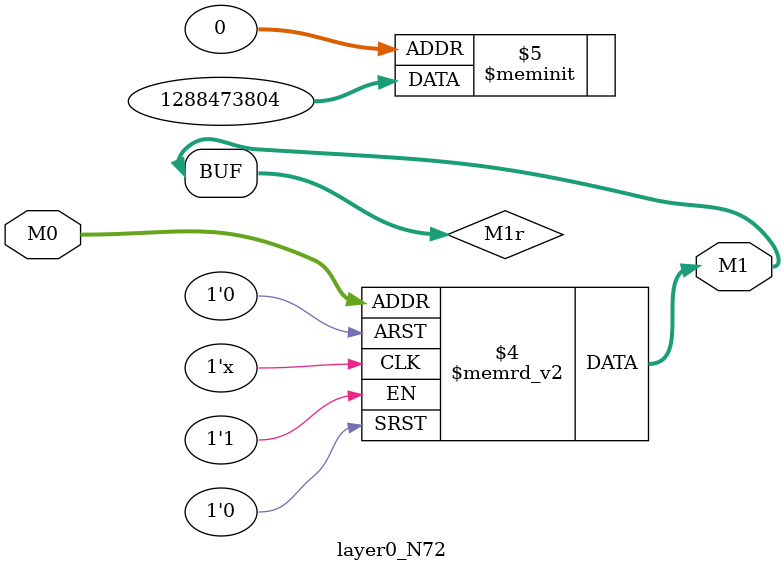
<source format=v>
module layer0_N72 ( input [3:0] M0, output [1:0] M1 );

	(*rom_style = "distributed" *) reg [1:0] M1r;
	assign M1 = M1r;
	always @ (M0) begin
		case (M0)
			4'b0000: M1r = 2'b00;
			4'b1000: M1r = 2'b00;
			4'b0100: M1r = 2'b00;
			4'b1100: M1r = 2'b00;
			4'b0010: M1r = 2'b00;
			4'b1010: M1r = 2'b00;
			4'b0110: M1r = 2'b00;
			4'b1110: M1r = 2'b00;
			4'b0001: M1r = 2'b11;
			4'b1001: M1r = 2'b11;
			4'b0101: M1r = 2'b11;
			4'b1101: M1r = 2'b11;
			4'b0011: M1r = 2'b11;
			4'b1011: M1r = 2'b11;
			4'b0111: M1r = 2'b10;
			4'b1111: M1r = 2'b01;

		endcase
	end
endmodule

</source>
